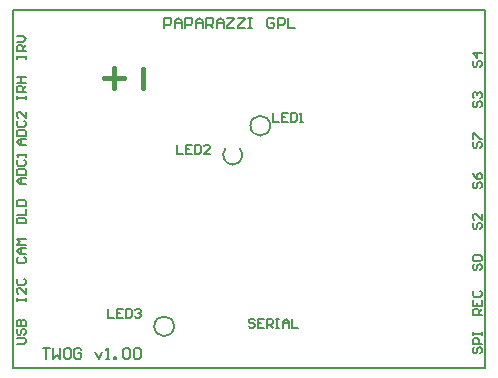
<source format=gto>
%FSAX25Y25*%
%MOIN*%
G70*
G01*
G75*
%ADD10C,0.00800*%
%ADD11R,0.03543X0.03150*%
%ADD12R,0.03150X0.03543*%
%ADD13R,0.03150X0.03150*%
%ADD14R,0.01575X0.04331*%
%ADD15O,0.01575X0.04331*%
%ADD16O,0.01102X0.05512*%
%ADD17O,0.05512X0.01102*%
%ADD18R,0.04724X0.03543*%
%ADD19R,0.03543X0.03150*%
%ADD20O,0.01102X0.05512*%
%ADD21R,0.01102X0.05512*%
%ADD22C,0.03000*%
%ADD23C,0.04000*%
%ADD24C,0.01500*%
%ADD25R,0.04000X0.06000*%
%ADD26O,0.04000X0.06000*%
%ADD27C,0.04000*%
%ADD28C,0.07000*%
%ADD29O,0.07000X0.15000*%
%ADD30R,0.07000X0.15000*%
%ADD31R,0.03543X0.02362*%
%ADD32R,0.04724X0.04724*%
%ADD33R,0.05906X0.12992*%
%ADD34R,0.05906X0.03937*%
%ADD35R,0.09449X0.07874*%
%ADD36C,0.02500*%
%ADD37C,0.02000*%
%ADD38C,0.07000*%
%ADD39R,0.04343X0.03950*%
%ADD40R,0.03950X0.04343*%
%ADD41R,0.03950X0.03950*%
%ADD42R,0.02375X0.05131*%
%ADD43O,0.02375X0.05131*%
%ADD44O,0.01902X0.06312*%
%ADD45O,0.06312X0.01902*%
%ADD46R,0.05524X0.04343*%
%ADD47R,0.04343X0.03950*%
%ADD48O,0.01902X0.06312*%
%ADD49R,0.01902X0.06312*%
%ADD50R,0.04800X0.06800*%
%ADD51O,0.04800X0.06800*%
%ADD52C,0.04800*%
%ADD53C,0.07800*%
%ADD54O,0.07800X0.15800*%
%ADD55R,0.07800X0.15800*%
%ADD56R,0.04343X0.03162*%
%ADD57R,0.05524X0.05524*%
%ADD58R,0.06706X0.13792*%
%ADD59R,0.06706X0.04737*%
%ADD60R,0.10249X0.08674*%
D10*
X0000400Y0000400D02*
Y0119500D01*
X0157800Y0000400D02*
Y0119500D01*
X0000400D02*
X0157800D01*
X0000400Y0000400D02*
X0157800D01*
X0054042Y0014251D02*
G03*
X0054042Y0014251I-0003299J0000000D01*
G01*
X0086100Y0081100D02*
G03*
X0086100Y0081100I-0003299J0000000D01*
G01*
X0071149Y0073386D02*
G03*
X0076051Y0073386I0002451J-0002057D01*
G01*
X0050800Y0113600D02*
Y0117099D01*
X0052549D01*
X0053133Y0116516D01*
Y0115349D01*
X0052549Y0114766D01*
X0050800D01*
X0054299Y0113600D02*
Y0115933D01*
X0055465Y0117099D01*
X0056631Y0115933D01*
Y0113600D01*
Y0115349D01*
X0054299D01*
X0057798Y0113600D02*
Y0117099D01*
X0059547D01*
X0060130Y0116516D01*
Y0115349D01*
X0059547Y0114766D01*
X0057798D01*
X0061297Y0113600D02*
Y0115933D01*
X0062463Y0117099D01*
X0063629Y0115933D01*
Y0113600D01*
Y0115349D01*
X0061297D01*
X0064796Y0113600D02*
Y0117099D01*
X0066545D01*
X0067128Y0116516D01*
Y0115349D01*
X0066545Y0114766D01*
X0064796D01*
X0065962D02*
X0067128Y0113600D01*
X0068294D02*
Y0115933D01*
X0069461Y0117099D01*
X0070627Y0115933D01*
Y0113600D01*
Y0115349D01*
X0068294D01*
X0071793Y0117099D02*
X0074126D01*
Y0116516D01*
X0071793Y0114183D01*
Y0113600D01*
X0074126D01*
X0075292Y0117099D02*
X0077625D01*
Y0116516D01*
X0075292Y0114183D01*
Y0113600D01*
X0077625D01*
X0078791Y0117099D02*
X0079957D01*
X0079374D01*
Y0113600D01*
X0078791D01*
X0079957D01*
X0087538Y0116516D02*
X0086955Y0117099D01*
X0085789D01*
X0085206Y0116516D01*
Y0114183D01*
X0085789Y0113600D01*
X0086955D01*
X0087538Y0114183D01*
Y0115349D01*
X0086372D01*
X0088704Y0113600D02*
Y0117099D01*
X0090454D01*
X0091037Y0116516D01*
Y0115349D01*
X0090454Y0114766D01*
X0088704D01*
X0092203Y0117099D02*
Y0113600D01*
X0094536D01*
X0086900Y0085399D02*
Y0082400D01*
X0088899D01*
X0091898Y0085399D02*
X0089899D01*
Y0082400D01*
X0091898D01*
X0089899Y0083899D02*
X0090899D01*
X0092898Y0085399D02*
Y0082400D01*
X0094398D01*
X0094897Y0082900D01*
Y0084899D01*
X0094398Y0085399D01*
X0092898D01*
X0095897Y0082400D02*
X0096897D01*
X0096397D01*
Y0085399D01*
X0095897Y0084899D01*
X0001601Y0103400D02*
Y0104400D01*
Y0103900D01*
X0004600D01*
Y0103400D01*
Y0104400D01*
Y0105899D02*
X0001601D01*
Y0107399D01*
X0002101Y0107898D01*
X0003101D01*
X0003600Y0107399D01*
Y0105899D01*
Y0106899D02*
X0004600Y0107898D01*
X0001601Y0108898D02*
X0003600D01*
X0004600Y0109898D01*
X0003600Y0110898D01*
X0001601D01*
Y0089900D02*
Y0090900D01*
Y0090400D01*
X0004600D01*
Y0089900D01*
Y0090900D01*
Y0092399D02*
X0001601D01*
Y0093899D01*
X0002101Y0094398D01*
X0003101D01*
X0003600Y0093899D01*
Y0092399D01*
Y0093399D02*
X0004600Y0094398D01*
X0001601Y0095398D02*
X0004600D01*
X0003101D01*
Y0097398D01*
X0001601D01*
X0004600D01*
Y0061700D02*
X0002601D01*
X0001601Y0062700D01*
X0002601Y0063699D01*
X0004600D01*
X0003101D01*
Y0061700D01*
X0001601Y0064699D02*
X0004600D01*
Y0066199D01*
X0004100Y0066698D01*
X0002101D01*
X0001601Y0066199D01*
Y0064699D01*
X0002101Y0069697D02*
X0001601Y0069198D01*
Y0068198D01*
X0002101Y0067698D01*
X0004100D01*
X0004600Y0068198D01*
Y0069198D01*
X0004100Y0069697D01*
X0004600Y0070697D02*
Y0071697D01*
Y0071197D01*
X0001601D01*
X0002101Y0070697D01*
X0004600Y0074800D02*
X0002601D01*
X0001601Y0075800D01*
X0002601Y0076799D01*
X0004600D01*
X0003101D01*
Y0074800D01*
X0001601Y0077799D02*
X0004600D01*
Y0079299D01*
X0004100Y0079798D01*
X0002101D01*
X0001601Y0079299D01*
Y0077799D01*
X0002101Y0082797D02*
X0001601Y0082298D01*
Y0081298D01*
X0002101Y0080798D01*
X0004100D01*
X0004600Y0081298D01*
Y0082298D01*
X0004100Y0082797D01*
X0004600Y0085796D02*
Y0083797D01*
X0002601Y0085796D01*
X0002101D01*
X0001601Y0085297D01*
Y0084297D01*
X0002101Y0083797D01*
X0001601Y0048500D02*
X0004600D01*
Y0049999D01*
X0004100Y0050499D01*
X0002101D01*
X0001601Y0049999D01*
Y0048500D01*
Y0051499D02*
X0004600D01*
Y0053498D01*
X0001601Y0054498D02*
X0004600D01*
Y0055998D01*
X0004100Y0056497D01*
X0002101D01*
X0001601Y0055998D01*
Y0054498D01*
X0002101Y0037299D02*
X0001601Y0036799D01*
Y0035800D01*
X0002101Y0035300D01*
X0004100D01*
X0004600Y0035800D01*
Y0036799D01*
X0004100Y0037299D01*
X0004600Y0038299D02*
X0002601D01*
X0001601Y0039299D01*
X0002601Y0040298D01*
X0004600D01*
X0003101D01*
Y0038299D01*
X0004600Y0041298D02*
X0001601D01*
X0002601Y0042298D01*
X0001601Y0043297D01*
X0004600D01*
X0001601Y0022600D02*
Y0023600D01*
Y0023100D01*
X0004600D01*
Y0022600D01*
Y0023600D01*
Y0027099D02*
Y0025099D01*
X0002601Y0027099D01*
X0002101D01*
X0001601Y0026599D01*
Y0025599D01*
X0002101Y0025099D01*
Y0030098D02*
X0001601Y0029598D01*
Y0028598D01*
X0002101Y0028098D01*
X0004100D01*
X0004600Y0028598D01*
Y0029598D01*
X0004100Y0030098D01*
X0001601Y0008400D02*
X0004100D01*
X0004600Y0008900D01*
Y0009900D01*
X0004100Y0010399D01*
X0001601D01*
X0002101Y0013398D02*
X0001601Y0012899D01*
Y0011899D01*
X0002101Y0011399D01*
X0002601D01*
X0003101Y0011899D01*
Y0012899D01*
X0003600Y0013398D01*
X0004100D01*
X0004600Y0012899D01*
Y0011899D01*
X0004100Y0011399D01*
X0001601Y0014398D02*
X0004600D01*
Y0015898D01*
X0004100Y0016397D01*
X0003600D01*
X0003101Y0015898D01*
Y0014398D01*
Y0015898D01*
X0002601Y0016397D01*
X0002101D01*
X0001601Y0015898D01*
Y0014398D01*
X0154101Y0007299D02*
X0153601Y0006799D01*
Y0005800D01*
X0154101Y0005300D01*
X0154601D01*
X0155101Y0005800D01*
Y0006799D01*
X0155600Y0007299D01*
X0156100D01*
X0156600Y0006799D01*
Y0005800D01*
X0156100Y0005300D01*
X0156600Y0008299D02*
X0153601D01*
Y0009799D01*
X0154101Y0010298D01*
X0155101D01*
X0155600Y0009799D01*
Y0008299D01*
X0153601Y0011298D02*
Y0012298D01*
Y0011798D01*
X0156600D01*
Y0011298D01*
Y0012298D01*
Y0018100D02*
X0153601D01*
Y0019600D01*
X0154101Y0020099D01*
X0155101D01*
X0155600Y0019600D01*
Y0018100D01*
Y0019100D02*
X0156600Y0020099D01*
X0153601Y0023098D02*
Y0021099D01*
X0156600D01*
Y0023098D01*
X0155101Y0021099D02*
Y0022099D01*
X0154101Y0026097D02*
X0153601Y0025598D01*
Y0024598D01*
X0154101Y0024098D01*
X0156100D01*
X0156600Y0024598D01*
Y0025598D01*
X0156100Y0026097D01*
X0154101Y0034999D02*
X0153601Y0034499D01*
Y0033500D01*
X0154101Y0033000D01*
X0154601D01*
X0155101Y0033500D01*
Y0034499D01*
X0155600Y0034999D01*
X0156100D01*
X0156600Y0034499D01*
Y0033500D01*
X0156100Y0033000D01*
X0154101Y0035999D02*
X0153601Y0036499D01*
Y0037499D01*
X0154101Y0037998D01*
X0156100D01*
X0156600Y0037499D01*
Y0036499D01*
X0156100Y0035999D01*
X0154101D01*
Y0048799D02*
X0153601Y0048300D01*
Y0047300D01*
X0154101Y0046800D01*
X0154601D01*
X0155101Y0047300D01*
Y0048300D01*
X0155600Y0048799D01*
X0156100D01*
X0156600Y0048300D01*
Y0047300D01*
X0156100Y0046800D01*
X0156600Y0051798D02*
Y0049799D01*
X0154601Y0051798D01*
X0154101D01*
X0153601Y0051299D01*
Y0050299D01*
X0154101Y0049799D01*
Y0062199D02*
X0153601Y0061699D01*
Y0060700D01*
X0154101Y0060200D01*
X0154601D01*
X0155101Y0060700D01*
Y0061699D01*
X0155600Y0062199D01*
X0156100D01*
X0156600Y0061699D01*
Y0060700D01*
X0156100Y0060200D01*
X0153601Y0065198D02*
X0154101Y0064199D01*
X0155101Y0063199D01*
X0156100D01*
X0156600Y0063699D01*
Y0064699D01*
X0156100Y0065198D01*
X0155600D01*
X0155101Y0064699D01*
Y0063199D01*
X0154101Y0075699D02*
X0153601Y0075200D01*
Y0074200D01*
X0154101Y0073700D01*
X0154601D01*
X0155101Y0074200D01*
Y0075200D01*
X0155600Y0075699D01*
X0156100D01*
X0156600Y0075200D01*
Y0074200D01*
X0156100Y0073700D01*
X0153601Y0076699D02*
Y0078698D01*
X0154101D01*
X0156100Y0076699D01*
X0156600D01*
X0154101Y0089299D02*
X0153601Y0088800D01*
Y0087800D01*
X0154101Y0087300D01*
X0154601D01*
X0155101Y0087800D01*
Y0088800D01*
X0155600Y0089299D01*
X0156100D01*
X0156600Y0088800D01*
Y0087800D01*
X0156100Y0087300D01*
X0154101Y0090299D02*
X0153601Y0090799D01*
Y0091799D01*
X0154101Y0092298D01*
X0154601D01*
X0155101Y0091799D01*
Y0091299D01*
Y0091799D01*
X0155600Y0092298D01*
X0156100D01*
X0156600Y0091799D01*
Y0090799D01*
X0156100Y0090299D01*
X0154101Y0102699D02*
X0153601Y0102199D01*
Y0101200D01*
X0154101Y0100700D01*
X0154601D01*
X0155101Y0101200D01*
Y0102199D01*
X0155600Y0102699D01*
X0156100D01*
X0156600Y0102199D01*
Y0101200D01*
X0156100Y0100700D01*
X0156600Y0105199D02*
X0153601D01*
X0155101Y0103699D01*
Y0105698D01*
X0032000Y0020099D02*
Y0017100D01*
X0033999D01*
X0036998Y0020099D02*
X0034999D01*
Y0017100D01*
X0036998D01*
X0034999Y0018599D02*
X0035999D01*
X0037998Y0020099D02*
Y0017100D01*
X0039498D01*
X0039997Y0017600D01*
Y0019599D01*
X0039498Y0020099D01*
X0037998D01*
X0040997Y0019599D02*
X0041497Y0020099D01*
X0042497D01*
X0042996Y0019599D01*
Y0019099D01*
X0042497Y0018599D01*
X0041997D01*
X0042497D01*
X0042996Y0018100D01*
Y0017600D01*
X0042497Y0017100D01*
X0041497D01*
X0040997Y0017600D01*
X0055000Y0074699D02*
Y0071700D01*
X0056999D01*
X0059998Y0074699D02*
X0057999D01*
Y0071700D01*
X0059998D01*
X0057999Y0073199D02*
X0058999D01*
X0060998Y0074699D02*
Y0071700D01*
X0062498D01*
X0062997Y0072200D01*
Y0074199D01*
X0062498Y0074699D01*
X0060998D01*
X0065996Y0071700D02*
X0063997D01*
X0065996Y0073699D01*
Y0074199D01*
X0065497Y0074699D01*
X0064497D01*
X0063997Y0074199D01*
X0010300Y0006923D02*
X0012633D01*
X0011466D01*
Y0003424D01*
X0013799Y0006923D02*
Y0003424D01*
X0014965Y0004591D01*
X0016131Y0003424D01*
Y0006923D01*
X0019047D02*
X0017881D01*
X0017298Y0006340D01*
Y0004008D01*
X0017881Y0003424D01*
X0019047D01*
X0019630Y0004008D01*
Y0006340D01*
X0019047Y0006923D01*
X0023129Y0006340D02*
X0022546Y0006923D01*
X0021380D01*
X0020797Y0006340D01*
Y0004008D01*
X0021380Y0003424D01*
X0022546D01*
X0023129Y0004008D01*
Y0005174D01*
X0021963D01*
X0027794Y0005757D02*
X0028961Y0003424D01*
X0030127Y0005757D01*
X0031293Y0003424D02*
X0032460D01*
X0031876D01*
Y0006923D01*
X0031293Y0006340D01*
X0034209Y0003424D02*
Y0004008D01*
X0034792D01*
Y0003424D01*
X0034209D01*
X0037125Y0006340D02*
X0037708Y0006923D01*
X0038874D01*
X0039457Y0006340D01*
Y0004008D01*
X0038874Y0003424D01*
X0037708D01*
X0037125Y0004008D01*
Y0006340D01*
X0040624D02*
X0041207Y0006923D01*
X0042373D01*
X0042956Y0006340D01*
Y0004008D01*
X0042373Y0003424D01*
X0041207D01*
X0040624Y0004008D01*
Y0006340D01*
X0080999Y0016299D02*
X0080500Y0016799D01*
X0079500D01*
X0079000Y0016299D01*
Y0015799D01*
X0079500Y0015300D01*
X0080500D01*
X0080999Y0014800D01*
Y0014300D01*
X0080500Y0013800D01*
X0079500D01*
X0079000Y0014300D01*
X0083998Y0016799D02*
X0081999D01*
Y0013800D01*
X0083998D01*
X0081999Y0015300D02*
X0082999D01*
X0084998Y0013800D02*
Y0016799D01*
X0086498D01*
X0086997Y0016299D01*
Y0015300D01*
X0086498Y0014800D01*
X0084998D01*
X0085998D02*
X0086997Y0013800D01*
X0087997Y0016799D02*
X0088997D01*
X0088497D01*
Y0013800D01*
X0087997D01*
X0088997D01*
X0090496D02*
Y0015799D01*
X0091496Y0016799D01*
X0092496Y0015799D01*
Y0013800D01*
Y0015300D01*
X0090496D01*
X0093495Y0016799D02*
Y0013800D01*
X0095495D01*
D24*
X0043702Y0093500D02*
Y0100164D01*
X0033902Y0093800D02*
Y0100464D01*
X0030569Y0097132D02*
X0037234D01*
M02*

</source>
